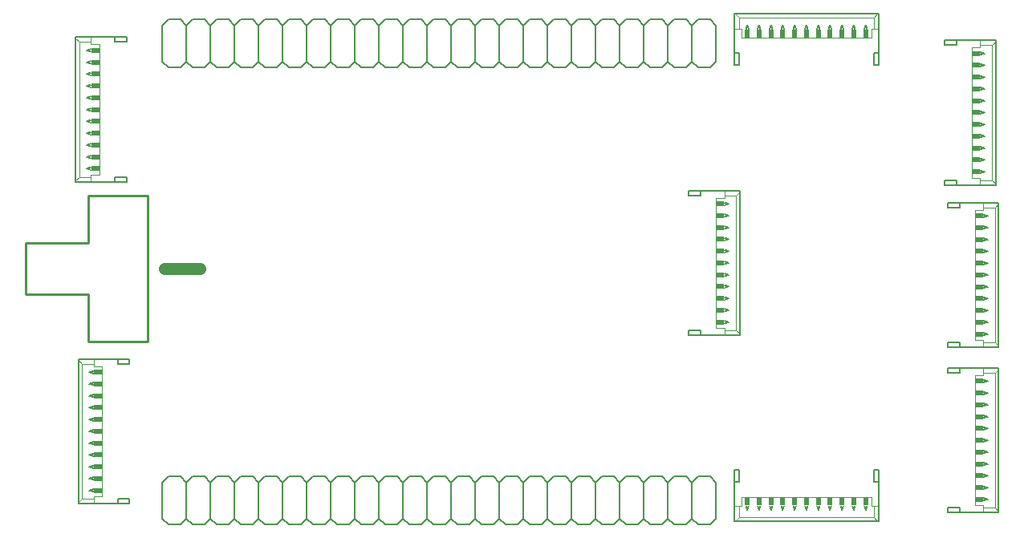
<source format=gto>
G75*
%MOIN*%
%OFA0B0*%
%FSLAX24Y24*%
%IPPOS*%
%LPD*%
%AMOC8*
5,1,8,0,0,1.08239X$1,22.5*
%
%ADD10C,0.0500*%
%ADD11C,0.0100*%
%ADD12C,0.0080*%
%ADD13C,0.0020*%
%ADD14R,0.0344X0.0197*%
%ADD15R,0.0197X0.0344*%
%ADD16C,0.0060*%
D10*
X005937Y011680D02*
X007394Y011680D01*
D11*
X002748Y010617D02*
X002748Y008649D01*
X005229Y008649D01*
X005229Y014711D01*
X002748Y014711D01*
X002748Y012743D01*
X000150Y012743D01*
X000150Y010617D01*
X002748Y010617D01*
D12*
X002353Y001918D02*
X004469Y001918D01*
X004469Y002125D01*
X003977Y002125D01*
X003977Y001928D01*
X002993Y002420D02*
X002796Y002469D01*
X002993Y002519D01*
X002993Y002912D02*
X002796Y002961D01*
X002993Y003011D01*
X002993Y003404D02*
X002796Y003454D01*
X002993Y003503D01*
X002993Y003897D02*
X002796Y003946D01*
X002993Y003995D01*
X002993Y004389D02*
X002796Y004438D01*
X002993Y004487D01*
X002993Y004881D02*
X002796Y004930D01*
X002993Y004979D01*
X002993Y005373D02*
X002796Y005422D01*
X002993Y005471D01*
X002993Y005865D02*
X002796Y005914D01*
X002993Y005963D01*
X002993Y006357D02*
X002796Y006406D01*
X002993Y006456D01*
X002993Y006849D02*
X002796Y006899D01*
X002993Y006948D01*
X002993Y007341D02*
X002796Y007391D01*
X002993Y007440D01*
X002353Y007883D02*
X002353Y001977D01*
X002353Y001918D01*
X003977Y007735D02*
X004469Y007735D01*
X004469Y007942D01*
X002353Y007942D01*
X002353Y007883D01*
X003977Y007932D02*
X003977Y007735D01*
X004344Y015293D02*
X002228Y015293D01*
X002228Y015352D01*
X002228Y021258D01*
X002228Y021317D01*
X004344Y021317D01*
X004344Y021110D01*
X003852Y021110D01*
X003852Y021307D01*
X002868Y020815D02*
X002671Y020766D01*
X002868Y020716D01*
X002868Y020323D02*
X002671Y020274D01*
X002868Y020224D01*
X002868Y019831D02*
X002671Y019781D01*
X002868Y019732D01*
X002868Y019338D02*
X002671Y019289D01*
X002868Y019240D01*
X002868Y018846D02*
X002671Y018797D01*
X002868Y018748D01*
X002868Y018354D02*
X002671Y018305D01*
X002868Y018256D01*
X002868Y017862D02*
X002671Y017813D01*
X002868Y017764D01*
X002868Y017370D02*
X002671Y017321D01*
X002868Y017272D01*
X002868Y016878D02*
X002671Y016829D01*
X002868Y016779D01*
X002868Y016386D02*
X002671Y016336D01*
X002868Y016287D01*
X002868Y015894D02*
X002671Y015844D01*
X002868Y015795D01*
X003852Y015500D02*
X003852Y015303D01*
X003852Y015500D02*
X004344Y015500D01*
X004344Y015293D01*
X027697Y014942D02*
X027697Y014735D01*
X028189Y014735D01*
X028189Y014932D01*
X027697Y014942D02*
X029813Y014942D01*
X029813Y014883D01*
X029813Y008977D01*
X029813Y008918D01*
X027697Y008918D01*
X027697Y009125D01*
X028189Y009125D01*
X028189Y008928D01*
X029174Y009420D02*
X029370Y009469D01*
X029174Y009519D01*
X029174Y009912D02*
X029370Y009961D01*
X029174Y010011D01*
X029174Y010404D02*
X029370Y010454D01*
X029174Y010503D01*
X029174Y010897D02*
X029370Y010946D01*
X029174Y010995D01*
X029174Y011389D02*
X029370Y011438D01*
X029174Y011487D01*
X029174Y011881D02*
X029370Y011930D01*
X029174Y011979D01*
X029174Y012373D02*
X029370Y012422D01*
X029174Y012471D01*
X029174Y012865D02*
X029370Y012914D01*
X029174Y012963D01*
X029174Y013357D02*
X029370Y013406D01*
X029174Y013456D01*
X029174Y013849D02*
X029370Y013899D01*
X029174Y013948D01*
X029174Y014341D02*
X029370Y014391D01*
X029174Y014440D01*
X038322Y015168D02*
X040438Y015168D01*
X040438Y015227D01*
X040438Y021133D01*
X040438Y021192D01*
X038322Y021192D01*
X038322Y020985D01*
X038814Y020985D01*
X038814Y021182D01*
X039799Y020690D02*
X039995Y020641D01*
X039799Y020591D01*
X039799Y020198D02*
X039995Y020149D01*
X039799Y020099D01*
X039799Y019706D02*
X039995Y019656D01*
X039799Y019607D01*
X039799Y019213D02*
X039995Y019164D01*
X039799Y019115D01*
X039799Y018721D02*
X039995Y018672D01*
X039799Y018623D01*
X039799Y018229D02*
X039995Y018180D01*
X039799Y018131D01*
X039799Y017737D02*
X039995Y017688D01*
X039799Y017639D01*
X039799Y017245D02*
X039995Y017196D01*
X039799Y017147D01*
X039799Y016753D02*
X039995Y016704D01*
X039799Y016654D01*
X039799Y016261D02*
X039995Y016211D01*
X039799Y016162D01*
X039799Y015769D02*
X039995Y015719D01*
X039799Y015670D01*
X038814Y015375D02*
X038814Y015178D01*
X038814Y015375D02*
X038322Y015375D01*
X038322Y015168D01*
X038447Y014442D02*
X040563Y014442D01*
X040563Y014383D01*
X040563Y008477D01*
X040563Y008418D01*
X038447Y008418D01*
X038447Y008625D01*
X038939Y008625D01*
X038939Y008428D01*
X039924Y008920D02*
X040120Y008969D01*
X039924Y009019D01*
X039924Y009412D02*
X040120Y009461D01*
X039924Y009511D01*
X039924Y009904D02*
X040120Y009954D01*
X039924Y010003D01*
X039924Y010397D02*
X040120Y010446D01*
X039924Y010495D01*
X039924Y010889D02*
X040120Y010938D01*
X039924Y010987D01*
X039924Y011381D02*
X040120Y011430D01*
X039924Y011479D01*
X039924Y011873D02*
X040120Y011922D01*
X039924Y011971D01*
X039924Y012365D02*
X040120Y012414D01*
X039924Y012463D01*
X039924Y012857D02*
X040120Y012906D01*
X039924Y012956D01*
X039924Y013349D02*
X040120Y013399D01*
X039924Y013448D01*
X039924Y013841D02*
X040120Y013891D01*
X039924Y013940D01*
X038939Y014235D02*
X038939Y014432D01*
X038939Y014235D02*
X038447Y014235D01*
X038447Y014442D01*
X035595Y020169D02*
X035388Y020169D01*
X035388Y020661D01*
X035585Y020661D01*
X035595Y020169D02*
X035595Y022285D01*
X035536Y022285D01*
X029630Y022285D01*
X029571Y022285D01*
X029571Y020169D01*
X029778Y020169D01*
X029778Y020661D01*
X029581Y020661D01*
X030073Y021646D02*
X030122Y021842D01*
X030172Y021646D01*
X030565Y021646D02*
X030615Y021842D01*
X030664Y021646D01*
X031057Y021646D02*
X031107Y021842D01*
X031156Y021646D01*
X031550Y021646D02*
X031599Y021842D01*
X031648Y021646D01*
X032042Y021646D02*
X032091Y021842D01*
X032140Y021646D01*
X032534Y021646D02*
X032583Y021842D01*
X032632Y021646D01*
X033026Y021646D02*
X033075Y021842D01*
X033124Y021646D01*
X033518Y021646D02*
X033567Y021842D01*
X033617Y021646D01*
X034010Y021646D02*
X034059Y021842D01*
X034109Y021646D01*
X034502Y021646D02*
X034552Y021842D01*
X034601Y021646D01*
X034994Y021646D02*
X035044Y021842D01*
X035093Y021646D01*
X038447Y007567D02*
X040563Y007567D01*
X040563Y007508D01*
X040563Y001602D01*
X040563Y001543D01*
X038447Y001543D01*
X038447Y001750D01*
X038939Y001750D01*
X038939Y001553D01*
X039924Y002045D02*
X040120Y002094D01*
X039924Y002144D01*
X039924Y002537D02*
X040120Y002586D01*
X039924Y002636D01*
X039924Y003029D02*
X040120Y003079D01*
X039924Y003128D01*
X039924Y003522D02*
X040120Y003571D01*
X039924Y003620D01*
X039924Y004014D02*
X040120Y004063D01*
X039924Y004112D01*
X039924Y004506D02*
X040120Y004555D01*
X039924Y004604D01*
X039924Y004998D02*
X040120Y005047D01*
X039924Y005096D01*
X039924Y005490D02*
X040120Y005539D01*
X039924Y005588D01*
X039924Y005982D02*
X040120Y006031D01*
X039924Y006081D01*
X039924Y006474D02*
X040120Y006524D01*
X039924Y006573D01*
X039924Y006966D02*
X040120Y007016D01*
X039924Y007065D01*
X038939Y007360D02*
X038447Y007360D01*
X038447Y007567D01*
X038939Y007557D02*
X038939Y007360D01*
X035595Y003316D02*
X035388Y003316D01*
X035388Y002824D01*
X035585Y002824D01*
X035595Y003316D02*
X035595Y001200D01*
X035536Y001200D01*
X029630Y001200D01*
X029571Y001200D01*
X029571Y003316D01*
X029778Y003316D01*
X029778Y002824D01*
X029581Y002824D01*
X030073Y001839D02*
X030122Y001643D01*
X030172Y001839D01*
X030565Y001839D02*
X030615Y001643D01*
X030664Y001839D01*
X031057Y001839D02*
X031107Y001643D01*
X031156Y001839D01*
X031550Y001839D02*
X031599Y001643D01*
X031648Y001839D01*
X032042Y001839D02*
X032091Y001643D01*
X032140Y001839D01*
X032534Y001839D02*
X032583Y001643D01*
X032632Y001839D01*
X033026Y001839D02*
X033075Y001643D01*
X033124Y001839D01*
X033518Y001839D02*
X033567Y001643D01*
X033617Y001839D01*
X034010Y001839D02*
X034059Y001643D01*
X034109Y001839D01*
X034502Y001839D02*
X034552Y001643D01*
X034601Y001839D01*
X034994Y001839D02*
X035044Y001643D01*
X035093Y001839D01*
D13*
X035290Y001839D02*
X035290Y002184D01*
X029876Y002184D01*
X029876Y001839D01*
X029778Y001839D01*
X029778Y001347D01*
X029630Y001200D01*
X029778Y001347D02*
X035388Y001347D01*
X035536Y001200D01*
X035388Y001347D02*
X035388Y001839D01*
X035290Y001839D01*
X035388Y001839D02*
X035585Y001839D01*
X039579Y001848D02*
X039924Y001848D01*
X039924Y001750D01*
X040416Y001750D01*
X040563Y001602D01*
X040416Y001750D02*
X040416Y007360D01*
X040563Y007508D01*
X040416Y007360D02*
X039924Y007360D01*
X039924Y007262D01*
X039579Y007262D01*
X039579Y001848D01*
X039924Y001750D02*
X039924Y001553D01*
X039924Y007360D02*
X039924Y007557D01*
X039924Y008428D02*
X039924Y008625D01*
X040416Y008625D01*
X040563Y008477D01*
X040416Y008625D02*
X040416Y014235D01*
X040563Y014383D01*
X040416Y014235D02*
X039924Y014235D01*
X039924Y014137D01*
X039579Y014137D01*
X039579Y008723D01*
X039924Y008723D01*
X039924Y008625D01*
X039924Y014235D02*
X039924Y014432D01*
X039799Y015178D02*
X039799Y015375D01*
X040291Y015375D01*
X040438Y015227D01*
X040291Y015375D02*
X040291Y020985D01*
X040438Y021133D01*
X040291Y020985D02*
X039799Y020985D01*
X039799Y020887D01*
X039454Y020887D01*
X039454Y015473D01*
X039799Y015473D01*
X039799Y015375D01*
X039799Y020985D02*
X039799Y021182D01*
X035585Y021646D02*
X035388Y021646D01*
X035388Y022138D01*
X035536Y022285D01*
X035388Y022138D02*
X029778Y022138D01*
X029630Y022285D01*
X029778Y022138D02*
X029778Y021646D01*
X029876Y021646D01*
X029876Y021301D01*
X035290Y021301D01*
X035290Y021646D01*
X035388Y021646D01*
X029778Y021646D02*
X029581Y021646D01*
X029174Y014932D02*
X029174Y014735D01*
X029666Y014735D01*
X029813Y014883D01*
X029666Y014735D02*
X029666Y009125D01*
X029813Y008977D01*
X029666Y009125D02*
X029174Y009125D01*
X029174Y008928D01*
X029174Y009125D02*
X029174Y009223D01*
X028829Y009223D01*
X028829Y014637D01*
X029174Y014637D01*
X029174Y014735D01*
X029581Y001839D02*
X029778Y001839D01*
X003337Y002223D02*
X003337Y007637D01*
X002993Y007637D01*
X002993Y007735D01*
X002500Y007735D01*
X002353Y007883D01*
X002500Y007735D02*
X002500Y002125D01*
X002353Y001977D01*
X002500Y002125D02*
X002993Y002125D01*
X002993Y002223D01*
X003337Y002223D01*
X002993Y002125D02*
X002993Y001928D01*
X002993Y007735D02*
X002993Y007932D01*
X002868Y015303D02*
X002868Y015500D01*
X002375Y015500D01*
X002228Y015352D01*
X002375Y015500D02*
X002375Y021110D01*
X002228Y021258D01*
X002375Y021110D02*
X002868Y021110D01*
X002868Y021307D01*
X002868Y021110D02*
X002868Y021012D01*
X003212Y021012D01*
X003212Y015598D01*
X002868Y015598D01*
X002868Y015500D01*
D14*
X003040Y015844D03*
X003040Y016336D03*
X003040Y016829D03*
X003040Y017321D03*
X003040Y017813D03*
X003040Y018305D03*
X003040Y018797D03*
X003040Y019289D03*
X003040Y019781D03*
X003040Y020274D03*
X003040Y020766D03*
X003165Y007391D03*
X003165Y006899D03*
X003165Y006406D03*
X003165Y005914D03*
X003165Y005422D03*
X003165Y004930D03*
X003165Y004438D03*
X003165Y003946D03*
X003165Y003454D03*
X003165Y002961D03*
X003165Y002469D03*
X029001Y009469D03*
X029001Y009961D03*
X029001Y010454D03*
X029001Y010946D03*
X029001Y011438D03*
X029001Y011930D03*
X029001Y012422D03*
X029001Y012914D03*
X029001Y013406D03*
X029001Y013899D03*
X029001Y014391D03*
X039626Y015719D03*
X039626Y016211D03*
X039626Y016704D03*
X039626Y017196D03*
X039626Y017688D03*
X039626Y018180D03*
X039626Y018672D03*
X039626Y019164D03*
X039626Y019656D03*
X039626Y020149D03*
X039626Y020641D03*
X039751Y013891D03*
X039751Y013399D03*
X039751Y012906D03*
X039751Y012414D03*
X039751Y011922D03*
X039751Y011430D03*
X039751Y010938D03*
X039751Y010446D03*
X039751Y009954D03*
X039751Y009461D03*
X039751Y008969D03*
X039751Y007016D03*
X039751Y006524D03*
X039751Y006031D03*
X039751Y005539D03*
X039751Y005047D03*
X039751Y004555D03*
X039751Y004063D03*
X039751Y003571D03*
X039751Y003079D03*
X039751Y002586D03*
X039751Y002094D03*
D15*
X035044Y002012D03*
X034552Y002012D03*
X034059Y002012D03*
X033567Y002012D03*
X033075Y002012D03*
X032583Y002012D03*
X032091Y002012D03*
X031599Y002012D03*
X031107Y002012D03*
X030615Y002012D03*
X030122Y002012D03*
X030122Y021473D03*
X030615Y021473D03*
X031107Y021473D03*
X031599Y021473D03*
X032091Y021473D03*
X032583Y021473D03*
X033075Y021473D03*
X033567Y021473D03*
X034059Y021473D03*
X034552Y021473D03*
X035044Y021473D03*
D16*
X028833Y021805D02*
X028833Y020305D01*
X028583Y020055D01*
X028083Y020055D01*
X027833Y020305D01*
X027833Y021805D01*
X027583Y022055D01*
X027083Y022055D01*
X026833Y021805D01*
X026833Y020305D01*
X026583Y020055D01*
X026083Y020055D01*
X025833Y020305D01*
X025833Y021805D01*
X025583Y022055D01*
X025083Y022055D01*
X024833Y021805D01*
X024833Y020305D01*
X024583Y020055D01*
X024083Y020055D01*
X023833Y020305D01*
X023833Y021805D01*
X023583Y022055D01*
X023083Y022055D01*
X022833Y021805D01*
X022833Y020305D01*
X022583Y020055D01*
X022083Y020055D01*
X021833Y020305D01*
X021833Y021805D01*
X022083Y022055D01*
X022583Y022055D01*
X022833Y021805D01*
X021833Y021805D02*
X021583Y022055D01*
X021083Y022055D01*
X020833Y021805D01*
X020833Y020305D01*
X020583Y020055D01*
X020083Y020055D01*
X019833Y020305D01*
X019833Y021805D01*
X020083Y022055D01*
X020583Y022055D01*
X020833Y021805D01*
X019833Y021805D02*
X019583Y022055D01*
X019083Y022055D01*
X018833Y021805D01*
X018833Y020305D01*
X018583Y020055D01*
X018083Y020055D01*
X017833Y020305D01*
X017833Y021805D01*
X018083Y022055D01*
X018583Y022055D01*
X018833Y021805D01*
X017833Y021805D02*
X017583Y022055D01*
X017083Y022055D01*
X016833Y021805D01*
X016833Y020305D01*
X016583Y020055D01*
X016083Y020055D01*
X015833Y020305D01*
X015833Y021805D01*
X016083Y022055D01*
X016583Y022055D01*
X016833Y021805D01*
X015833Y021805D02*
X015583Y022055D01*
X015083Y022055D01*
X014833Y021805D01*
X014833Y020305D01*
X014583Y020055D01*
X014083Y020055D01*
X013833Y020305D01*
X013833Y021805D01*
X014083Y022055D01*
X014583Y022055D01*
X014833Y021805D01*
X013833Y021805D02*
X013583Y022055D01*
X013083Y022055D01*
X012833Y021805D01*
X012583Y022055D01*
X012083Y022055D01*
X011833Y021805D01*
X011583Y022055D01*
X011083Y022055D01*
X010833Y021805D01*
X010583Y022055D01*
X010083Y022055D01*
X009833Y021805D01*
X009583Y022055D01*
X009083Y022055D01*
X008833Y021805D01*
X008583Y022055D01*
X008083Y022055D01*
X007833Y021805D01*
X007583Y022055D01*
X007083Y022055D01*
X006833Y021805D01*
X006583Y022055D01*
X006083Y022055D01*
X005833Y021805D01*
X005833Y020305D01*
X006083Y020055D01*
X006583Y020055D01*
X006833Y020305D01*
X006833Y021805D01*
X007833Y021805D02*
X007833Y020305D01*
X007583Y020055D01*
X007083Y020055D01*
X006833Y020305D01*
X007833Y020305D02*
X008083Y020055D01*
X008583Y020055D01*
X008833Y020305D01*
X008833Y021805D01*
X009833Y021805D02*
X009833Y020305D01*
X009583Y020055D01*
X009083Y020055D01*
X008833Y020305D01*
X009833Y020305D02*
X010083Y020055D01*
X010583Y020055D01*
X010833Y020305D01*
X010833Y021805D01*
X011833Y021805D02*
X011833Y020305D01*
X011583Y020055D01*
X011083Y020055D01*
X010833Y020305D01*
X011833Y020305D02*
X012083Y020055D01*
X012583Y020055D01*
X012833Y020305D01*
X012833Y021805D01*
X012833Y020305D02*
X013083Y020055D01*
X013583Y020055D01*
X013833Y020305D01*
X014833Y020305D02*
X015083Y020055D01*
X015583Y020055D01*
X015833Y020305D01*
X016833Y020305D02*
X017083Y020055D01*
X017583Y020055D01*
X017833Y020305D01*
X018833Y020305D02*
X019083Y020055D01*
X019583Y020055D01*
X019833Y020305D01*
X020833Y020305D02*
X021083Y020055D01*
X021583Y020055D01*
X021833Y020305D01*
X022833Y020305D02*
X023083Y020055D01*
X023583Y020055D01*
X023833Y020305D01*
X024833Y020305D02*
X025083Y020055D01*
X025583Y020055D01*
X025833Y020305D01*
X026833Y020305D02*
X027083Y020055D01*
X027583Y020055D01*
X027833Y020305D01*
X027833Y021805D02*
X028083Y022055D01*
X028583Y022055D01*
X028833Y021805D01*
X026833Y021805D02*
X026583Y022055D01*
X026083Y022055D01*
X025833Y021805D01*
X024833Y021805D02*
X024583Y022055D01*
X024083Y022055D01*
X023833Y021805D01*
X023583Y003055D02*
X023083Y003055D01*
X022833Y002805D01*
X022833Y001305D01*
X022583Y001055D01*
X022083Y001055D01*
X021833Y001305D01*
X021833Y002805D01*
X022083Y003055D01*
X022583Y003055D01*
X022833Y002805D01*
X023583Y003055D02*
X023833Y002805D01*
X023833Y001305D01*
X023583Y001055D01*
X023083Y001055D01*
X022833Y001305D01*
X021833Y001305D02*
X021583Y001055D01*
X021083Y001055D01*
X020833Y001305D01*
X020833Y002805D01*
X021083Y003055D01*
X021583Y003055D01*
X021833Y002805D01*
X020833Y002805D02*
X020583Y003055D01*
X020083Y003055D01*
X019833Y002805D01*
X019833Y001305D01*
X019583Y001055D01*
X019083Y001055D01*
X018833Y001305D01*
X018833Y002805D01*
X019083Y003055D01*
X019583Y003055D01*
X019833Y002805D01*
X018833Y002805D02*
X018583Y003055D01*
X018083Y003055D01*
X017833Y002805D01*
X017833Y001305D01*
X017583Y001055D01*
X017083Y001055D01*
X016833Y001305D01*
X016833Y002805D01*
X017083Y003055D01*
X017583Y003055D01*
X017833Y002805D01*
X016833Y002805D02*
X016583Y003055D01*
X016083Y003055D01*
X015833Y002805D01*
X015833Y001305D01*
X015583Y001055D01*
X015083Y001055D01*
X014833Y001305D01*
X014833Y002805D01*
X015083Y003055D01*
X015583Y003055D01*
X015833Y002805D01*
X014833Y002805D02*
X014583Y003055D01*
X014083Y003055D01*
X013833Y002805D01*
X013833Y001305D01*
X013583Y001055D01*
X013083Y001055D01*
X012833Y001305D01*
X012583Y001055D01*
X012083Y001055D01*
X011833Y001305D01*
X011583Y001055D01*
X011083Y001055D01*
X010833Y001305D01*
X010583Y001055D01*
X010083Y001055D01*
X009833Y001305D01*
X009583Y001055D01*
X009083Y001055D01*
X008833Y001305D01*
X008583Y001055D01*
X008083Y001055D01*
X007833Y001305D01*
X007583Y001055D01*
X007083Y001055D01*
X006833Y001305D01*
X006583Y001055D01*
X006083Y001055D01*
X005833Y001305D01*
X005833Y002805D01*
X006083Y003055D01*
X006583Y003055D01*
X006833Y002805D01*
X006833Y001305D01*
X007833Y001305D02*
X007833Y002805D01*
X007583Y003055D01*
X007083Y003055D01*
X006833Y002805D01*
X007833Y002805D02*
X008083Y003055D01*
X008583Y003055D01*
X008833Y002805D01*
X008833Y001305D01*
X009833Y001305D02*
X009833Y002805D01*
X009583Y003055D01*
X009083Y003055D01*
X008833Y002805D01*
X009833Y002805D02*
X010083Y003055D01*
X010583Y003055D01*
X010833Y002805D01*
X010833Y001305D01*
X011833Y001305D02*
X011833Y002805D01*
X011583Y003055D01*
X011083Y003055D01*
X010833Y002805D01*
X011833Y002805D02*
X012083Y003055D01*
X012583Y003055D01*
X012833Y002805D01*
X012833Y001305D01*
X013833Y001305D02*
X014083Y001055D01*
X014583Y001055D01*
X014833Y001305D01*
X015833Y001305D02*
X016083Y001055D01*
X016583Y001055D01*
X016833Y001305D01*
X017833Y001305D02*
X018083Y001055D01*
X018583Y001055D01*
X018833Y001305D01*
X019833Y001305D02*
X020083Y001055D01*
X020583Y001055D01*
X020833Y001305D01*
X023833Y001305D02*
X024083Y001055D01*
X024583Y001055D01*
X024833Y001305D01*
X024833Y002805D01*
X024583Y003055D01*
X024083Y003055D01*
X023833Y002805D01*
X024833Y002805D02*
X025083Y003055D01*
X025583Y003055D01*
X025833Y002805D01*
X025833Y001305D01*
X025583Y001055D01*
X025083Y001055D01*
X024833Y001305D01*
X025833Y001305D02*
X026083Y001055D01*
X026583Y001055D01*
X026833Y001305D01*
X026833Y002805D01*
X026583Y003055D01*
X026083Y003055D01*
X025833Y002805D01*
X026833Y002805D02*
X027083Y003055D01*
X027583Y003055D01*
X027833Y002805D01*
X027833Y001305D01*
X027583Y001055D01*
X027083Y001055D01*
X026833Y001305D01*
X027833Y001305D02*
X028083Y001055D01*
X028583Y001055D01*
X028833Y001305D01*
X028833Y002805D01*
X028583Y003055D01*
X028083Y003055D01*
X027833Y002805D01*
X013833Y002805D02*
X013583Y003055D01*
X013083Y003055D01*
X012833Y002805D01*
M02*

</source>
